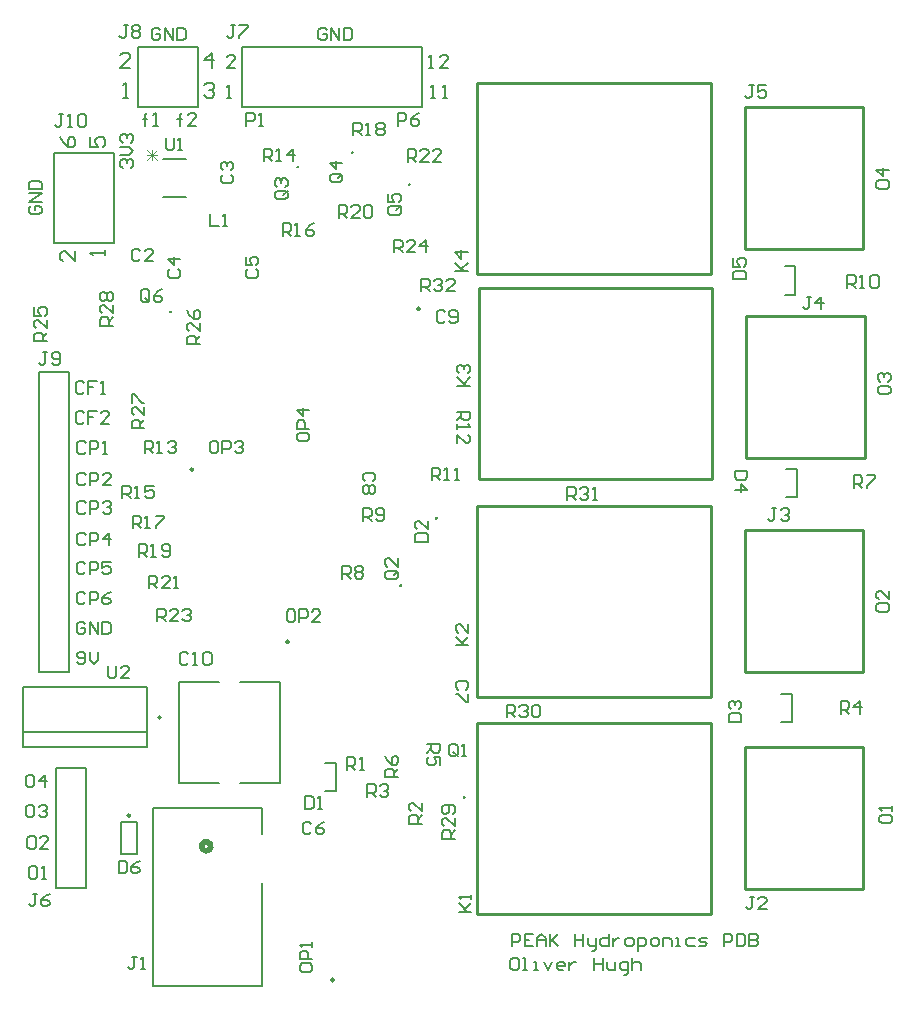
<source format=gbr>
%TF.GenerationSoftware,Altium Limited,Altium Designer,23.9.2 (47)*%
G04 Layer_Color=65535*
%FSLAX45Y45*%
%MOMM*%
%TF.SameCoordinates,15915765-FD2E-4A0E-A91D-014651F65676*%
%TF.FilePolarity,Positive*%
%TF.FileFunction,Legend,Top*%
%TF.Part,Single*%
G01*
G75*
%TA.AperFunction,NonConductor*%
%ADD54C,0.25400*%
%ADD55C,0.15240*%
%ADD56C,0.50800*%
%ADD57C,0.17500*%
%ADD58C,0.20000*%
%ADD59C,0.20320*%
%ADD60C,0.16510*%
%ADD61C,0.07620*%
D54*
X5123180Y4742180D02*
G03*
X5123180Y4742180I-2540J0D01*
G01*
X2293933Y4590080D02*
G03*
X2293933Y4590080I-10473J0D01*
G01*
X4021133Y3197860D02*
G03*
X4021133Y3197860I-10473J0D01*
G01*
X3640233Y6060440D02*
G03*
X3640233Y6060440I-10473J0D01*
G01*
X2639060Y8854440D02*
G03*
X2639060Y8854440I-2540J0D01*
G01*
X4660900Y9932420D02*
G03*
X4660900Y9932420I-2540J0D01*
G01*
X3714725Y10080620D02*
G03*
X3714725Y10080620I-2540J0D01*
G01*
X4177465Y10203092D02*
G03*
X4177465Y10203092I-2540J0D01*
G01*
X4750113Y8879840D02*
G03*
X4750113Y8879840I-10473J0D01*
G01*
X2827333Y7520940D02*
G03*
X2827333Y7520940I-10473J0D01*
G01*
X4889500Y7106920D02*
G03*
X4889500Y7106920I-2540J0D01*
G01*
X4586220Y6539460D02*
G03*
X4586220Y6539460I-2540J0D01*
G01*
X7500000Y3970000D02*
Y5170000D01*
X8500000Y3970000D02*
Y5170000D01*
X7500000Y3970000D02*
X8500000D01*
X7500000Y5170000D02*
X8500000D01*
X7500000Y5804900D02*
Y7004900D01*
X8500000Y5804900D02*
Y7004900D01*
X7500000Y5804900D02*
X8500000D01*
X7500000Y7004900D02*
X8500000D01*
X7513700Y7616900D02*
Y8816900D01*
X8513700Y7616900D02*
Y8816900D01*
X7513700Y7616900D02*
X8513700D01*
X7513700Y8816900D02*
X8513700D01*
X5234560Y5592660D02*
X7210680D01*
X5234560Y7208100D02*
X7210680D01*
Y5592660D02*
Y7208100D01*
X5234560Y5592660D02*
Y7208100D01*
Y3757760D02*
Y5373200D01*
X7210680Y3757760D02*
Y5373200D01*
X5234560D02*
X7210680D01*
X5234560Y3757760D02*
X7210680D01*
X5234560Y9173560D02*
Y10789000D01*
X7210680Y9173560D02*
Y10789000D01*
X5234560D02*
X7210680D01*
X5234560Y9173560D02*
X7210680D01*
X5247260Y7440260D02*
Y9055700D01*
X7223380Y7440260D02*
Y9055700D01*
X5247260D02*
X7223380D01*
X5247260Y7440260D02*
X7223380D01*
X7500000Y10585800D02*
X8500000D01*
X7500000Y9385800D02*
X8500000D01*
Y10585800D01*
X7500000Y9385800D02*
Y10585800D01*
D55*
X2557780Y5420360D02*
G03*
X2557780Y5420360I-12700J0D01*
G01*
X2572385Y9825740D02*
X2767965D01*
X2572385Y10150860D02*
X2767965D01*
X1398270Y5293360D02*
X2426970D01*
X1385570Y5674360D02*
X2439670D01*
X1385570Y5166360D02*
Y5674360D01*
Y5166360D02*
X2439670D01*
Y5674360D01*
X3224784Y4867910D02*
X3564890D01*
X2708910D02*
X3049016D01*
X2708910D02*
Y5723890D01*
X3224784D02*
X3564890D01*
Y4867910D02*
Y5723890D01*
X2708910D02*
X3049016D01*
X2486920Y3146390D02*
X3411480D01*
X2486920D02*
Y4652610D01*
X3411480D01*
Y3146390D02*
Y4020728D01*
Y4437471D02*
Y4652610D01*
D56*
X2926571Y4365046D02*
G03*
X2951829Y4365046I12629J-35946D01*
G01*
D57*
X7837000Y8998600D02*
X7927000D01*
Y9238600D01*
X7837000D02*
X7927000D01*
X7849700Y7284100D02*
X7939700D01*
Y7524100D01*
X7849700D02*
X7939700D01*
X7805000Y5379100D02*
X7895000D01*
Y5619100D01*
X7805000D02*
X7895000D01*
X3944200Y4794900D02*
X4034200D01*
Y5034900D01*
X3944200D02*
X4034200D01*
D58*
X1524000Y8343900D02*
X1778000D01*
Y5803900D02*
Y8343900D01*
X1524000Y5803900D02*
X1778000D01*
X1524000D02*
Y5994400D01*
Y8343900D01*
X1663700Y3975100D02*
X1917700D01*
X1663700D02*
Y4991100D01*
X1917700Y3975100D02*
Y4991100D01*
X1663700D02*
X1917700D01*
X1651000Y10198100D02*
X2159000D01*
X1651000Y9436100D02*
X2159000D01*
X1651000D02*
Y10198100D01*
X2159000Y9436100D02*
Y10198100D01*
Y9711268D02*
Y10198100D01*
X2362200Y11099800D02*
X2870200D01*
X2362200Y10591800D02*
Y11099800D01*
X2870200Y10591800D02*
Y11099800D01*
X2362200Y10591800D02*
X2870200D01*
X3238500D02*
X4762500D01*
Y11099800D01*
X3238500D02*
X4762500D01*
X3238500Y10591800D02*
Y11099800D01*
D59*
X2219960Y4539280D02*
X2352040D01*
X2219960Y4264960D02*
X2352040D01*
Y4539280D01*
X2219960Y4264960D02*
Y4539280D01*
X1701841Y10333539D02*
X1723001Y10291220D01*
X1765321Y10248900D01*
X1807640D01*
X1828800Y10270060D01*
Y10312379D01*
X1807640Y10333539D01*
X1786480D01*
X1765321Y10312379D01*
Y10248900D01*
X1955841Y10333539D02*
Y10248900D01*
X2019321D01*
X1998161Y10291220D01*
Y10312379D01*
X2019321Y10333539D01*
X2061640D01*
X2082800Y10312379D01*
Y10270060D01*
X2061640Y10248900D01*
X1828800Y9368339D02*
Y9283700D01*
X1744161Y9368339D01*
X1723001D01*
X1701841Y9347179D01*
Y9304860D01*
X1723001Y9283700D01*
X2082800Y9334500D02*
Y9376820D01*
Y9355660D01*
X1955841D01*
X1977001Y9334500D01*
X2235200Y10668000D02*
X2277520D01*
X2256360D01*
Y10794959D01*
X2235200Y10773799D01*
X2294439Y10922000D02*
X2209800D01*
X2294439Y11006639D01*
Y11027799D01*
X2273279Y11048959D01*
X2230960D01*
X2209800Y11027799D01*
X2984479Y10922000D02*
Y11048959D01*
X2921000Y10985479D01*
X3005639D01*
X2921000Y10773799D02*
X2942160Y10794959D01*
X2984479D01*
X3005639Y10773799D01*
Y10752639D01*
X2984479Y10731479D01*
X2963320D01*
X2984479D01*
X3005639Y10710320D01*
Y10689160D01*
X2984479Y10668000D01*
X2942160D01*
X2921000Y10689160D01*
D60*
X8639845Y4578333D02*
Y4542784D01*
X8657619Y4525010D01*
X8728716D01*
X8746490Y4542784D01*
Y4578333D01*
X8728716Y4596107D01*
X8657619D01*
X8639845Y4578333D01*
X8746490Y4631655D02*
Y4667204D01*
Y4649430D01*
X8639845D01*
X8657619Y4631655D01*
X8614445Y6369033D02*
Y6333484D01*
X8632219Y6315710D01*
X8703316D01*
X8721090Y6333484D01*
Y6369033D01*
X8703316Y6386807D01*
X8632219D01*
X8614445Y6369033D01*
X8721090Y6493453D02*
Y6422355D01*
X8649993Y6493453D01*
X8632219D01*
X8614445Y6475678D01*
Y6440130D01*
X8632219Y6422355D01*
X8627145Y8210533D02*
Y8174984D01*
X8644919Y8157210D01*
X8716016D01*
X8733790Y8174984D01*
Y8210533D01*
X8716016Y8228307D01*
X8644919D01*
X8627145Y8210533D01*
X8644919Y8263855D02*
X8627145Y8281630D01*
Y8317178D01*
X8644919Y8334953D01*
X8662693D01*
X8680467Y8317178D01*
Y8299404D01*
Y8317178D01*
X8698241Y8334953D01*
X8716016D01*
X8733790Y8317178D01*
Y8281630D01*
X8716016Y8263855D01*
X8614445Y9950433D02*
Y9914884D01*
X8632219Y9897110D01*
X8703316D01*
X8721090Y9914884D01*
Y9950433D01*
X8703316Y9968207D01*
X8632219D01*
X8614445Y9950433D01*
X8721090Y10057078D02*
X8614445D01*
X8667767Y10003755D01*
Y10074853D01*
X2231419Y10074910D02*
X2213645Y10092684D01*
Y10128233D01*
X2231419Y10146007D01*
X2249193D01*
X2266967Y10128233D01*
Y10110459D01*
Y10128233D01*
X2284741Y10146007D01*
X2302516D01*
X2320290Y10128233D01*
Y10092684D01*
X2302516Y10074910D01*
X2213645Y10181555D02*
X2284741D01*
X2320290Y10217104D01*
X2284741Y10252653D01*
X2213645D01*
X2231419Y10288201D02*
X2213645Y10305975D01*
Y10341524D01*
X2231419Y10359298D01*
X2249193D01*
X2266967Y10341524D01*
Y10323749D01*
Y10341524D01*
X2284741Y10359298D01*
X2302516D01*
X2320290Y10341524D01*
Y10305975D01*
X2302516Y10288201D01*
X1456719Y9752307D02*
X1438945Y9734533D01*
Y9698984D01*
X1456719Y9681210D01*
X1527816D01*
X1545590Y9698984D01*
Y9734533D01*
X1527816Y9752307D01*
X1492267D01*
Y9716759D01*
X1545590Y9787855D02*
X1438945D01*
X1545590Y9858953D01*
X1438945D01*
Y9894501D02*
X1545590D01*
Y9947824D01*
X1527816Y9965598D01*
X1456719D01*
X1438945Y9947824D01*
Y9894501D01*
X1907020Y8250422D02*
X1889246Y8268196D01*
X1853697D01*
X1835923Y8250422D01*
Y8179325D01*
X1853697Y8161550D01*
X1889246D01*
X1907020Y8179325D01*
X2013666Y8268196D02*
X1942569D01*
Y8214873D01*
X1978117D01*
X1942569D01*
Y8161550D01*
X2049214D02*
X2084763D01*
X2066988D01*
Y8268196D01*
X2049214Y8250422D01*
X1907020Y7996422D02*
X1889246Y8014196D01*
X1853697D01*
X1835923Y7996422D01*
Y7925325D01*
X1853697Y7907550D01*
X1889246D01*
X1907020Y7925325D01*
X2013666Y8014196D02*
X1942569D01*
Y7960873D01*
X1978117D01*
X1942569D01*
Y7907550D01*
X2120311D02*
X2049214D01*
X2120311Y7978647D01*
Y7996422D01*
X2102537Y8014196D01*
X2066988D01*
X2049214Y7996422D01*
X1919720Y7742422D02*
X1901946Y7760196D01*
X1866397D01*
X1848623Y7742422D01*
Y7671325D01*
X1866397Y7653550D01*
X1901946D01*
X1919720Y7671325D01*
X1955269Y7653550D02*
Y7760196D01*
X2008591D01*
X2026366Y7742422D01*
Y7706873D01*
X2008591Y7689099D01*
X1955269D01*
X2061914Y7653550D02*
X2097463D01*
X2079688D01*
Y7760196D01*
X2061914Y7742422D01*
X1919720Y7475722D02*
X1901946Y7493496D01*
X1866397D01*
X1848623Y7475722D01*
Y7404625D01*
X1866397Y7386850D01*
X1901946D01*
X1919720Y7404625D01*
X1955269Y7386850D02*
Y7493496D01*
X2008591D01*
X2026366Y7475722D01*
Y7440173D01*
X2008591Y7422399D01*
X1955269D01*
X2133011Y7386850D02*
X2061914D01*
X2133011Y7457947D01*
Y7475722D01*
X2115237Y7493496D01*
X2079688D01*
X2061914Y7475722D01*
X1919720Y7234422D02*
X1901946Y7252196D01*
X1866397D01*
X1848623Y7234422D01*
Y7163325D01*
X1866397Y7145550D01*
X1901946D01*
X1919720Y7163325D01*
X1955269Y7145550D02*
Y7252196D01*
X2008591D01*
X2026366Y7234422D01*
Y7198873D01*
X2008591Y7181099D01*
X1955269D01*
X2061914Y7234422D02*
X2079688Y7252196D01*
X2115237D01*
X2133011Y7234422D01*
Y7216647D01*
X2115237Y7198873D01*
X2097463D01*
X2115237D01*
X2133011Y7181099D01*
Y7163325D01*
X2115237Y7145550D01*
X2079688D01*
X2061914Y7163325D01*
X1919720Y6967722D02*
X1901946Y6985496D01*
X1866397D01*
X1848623Y6967722D01*
Y6896625D01*
X1866397Y6878850D01*
X1901946D01*
X1919720Y6896625D01*
X1955269Y6878850D02*
Y6985496D01*
X2008591D01*
X2026366Y6967722D01*
Y6932173D01*
X2008591Y6914399D01*
X1955269D01*
X2115237Y6878850D02*
Y6985496D01*
X2061914Y6932173D01*
X2133011D01*
X1916407Y6722081D02*
X1898633Y6739855D01*
X1863084D01*
X1845310Y6722081D01*
Y6650984D01*
X1863084Y6633210D01*
X1898633D01*
X1916407Y6650984D01*
X1951955Y6633210D02*
Y6739855D01*
X2005278D01*
X2023053Y6722081D01*
Y6686533D01*
X2005278Y6668759D01*
X1951955D01*
X2129698Y6739855D02*
X2058601D01*
Y6686533D01*
X2094149Y6704307D01*
X2111924D01*
X2129698Y6686533D01*
Y6650984D01*
X2111924Y6633210D01*
X2076375D01*
X2058601Y6650984D01*
X1916407Y6468081D02*
X1898633Y6485855D01*
X1863084D01*
X1845310Y6468081D01*
Y6396984D01*
X1863084Y6379210D01*
X1898633D01*
X1916407Y6396984D01*
X1951955Y6379210D02*
Y6485855D01*
X2005278D01*
X2023053Y6468081D01*
Y6432533D01*
X2005278Y6414759D01*
X1951955D01*
X2129698Y6485855D02*
X2094149Y6468081D01*
X2058601Y6432533D01*
Y6396984D01*
X2076375Y6379210D01*
X2111924D01*
X2129698Y6396984D01*
Y6414759D01*
X2111924Y6432533D01*
X2058601D01*
X1845310Y5888984D02*
X1863084Y5871210D01*
X1898633D01*
X1916407Y5888984D01*
Y5960081D01*
X1898633Y5977855D01*
X1863084D01*
X1845310Y5960081D01*
Y5942307D01*
X1863084Y5924533D01*
X1916407D01*
X1951955Y5977855D02*
Y5906759D01*
X1987504Y5871210D01*
X2023053Y5906759D01*
Y5977855D01*
X1916407Y6214081D02*
X1898633Y6231855D01*
X1863084D01*
X1845310Y6214081D01*
Y6142984D01*
X1863084Y6125210D01*
X1898633D01*
X1916407Y6142984D01*
Y6178533D01*
X1880859D01*
X1951955Y6125210D02*
Y6231855D01*
X2023053Y6125210D01*
Y6231855D01*
X2058601D02*
Y6125210D01*
X2111924D01*
X2129698Y6142984D01*
Y6214081D01*
X2111924Y6231855D01*
X2058601D01*
X4563110Y10430510D02*
Y10537155D01*
X4616433D01*
X4634207Y10519381D01*
Y10483833D01*
X4616433Y10466059D01*
X4563110D01*
X4740853Y10537155D02*
X4705304Y10519381D01*
X4669755Y10483833D01*
Y10448284D01*
X4687530Y10430510D01*
X4723078D01*
X4740853Y10448284D01*
Y10466059D01*
X4723078Y10483833D01*
X4669755D01*
X3280410Y10430510D02*
Y10537155D01*
X3333733D01*
X3351507Y10519381D01*
Y10483833D01*
X3333733Y10466059D01*
X3280410D01*
X3387055Y10430510D02*
X3422604D01*
X3404830D01*
Y10537155D01*
X3387055Y10519381D01*
X3961107Y11243281D02*
X3943333Y11261055D01*
X3907784D01*
X3890010Y11243281D01*
Y11172184D01*
X3907784Y11154410D01*
X3943333D01*
X3961107Y11172184D01*
Y11207733D01*
X3925559D01*
X3996655Y11154410D02*
Y11261055D01*
X4067753Y11154410D01*
Y11261055D01*
X4103301D02*
Y11154410D01*
X4156624D01*
X4174398Y11172184D01*
Y11243281D01*
X4156624Y11261055D01*
X4103301D01*
X2551407Y11243281D02*
X2533633Y11261055D01*
X2498084D01*
X2480310Y11243281D01*
Y11172184D01*
X2498084Y11154410D01*
X2533633D01*
X2551407Y11172184D01*
Y11207733D01*
X2515859D01*
X2586955Y11154410D02*
Y11261055D01*
X2658053Y11154410D01*
Y11261055D01*
X2693601D02*
Y11154410D01*
X2746924D01*
X2764698Y11172184D01*
Y11243281D01*
X2746924Y11261055D01*
X2693601D01*
X2713984Y10430510D02*
Y10519381D01*
Y10483833D01*
X2696210D01*
X2731759D01*
X2713984D01*
Y10519381D01*
X2731759Y10537155D01*
X2856178Y10430510D02*
X2785081D01*
X2856178Y10501607D01*
Y10519381D01*
X2838404Y10537155D01*
X2802855D01*
X2785081Y10519381D01*
X2421884Y10430510D02*
Y10519381D01*
Y10483833D01*
X2404110D01*
X2439659D01*
X2421884D01*
Y10519381D01*
X2439659Y10537155D01*
X2492981Y10430510D02*
X2528530D01*
X2510755D01*
Y10537155D01*
X2492981Y10519381D01*
X2595903Y10327623D02*
Y10238751D01*
X2613677Y10220977D01*
X2649226D01*
X2667000Y10238751D01*
Y10327623D01*
X2702549Y10220977D02*
X2738097D01*
X2720323D01*
Y10327623D01*
X2702549Y10309849D01*
X5528310Y3481059D02*
Y3587704D01*
X5581633D01*
X5599407Y3569930D01*
Y3534381D01*
X5581633Y3516607D01*
X5528310D01*
X5706053Y3587704D02*
X5634955D01*
Y3481059D01*
X5706053D01*
X5634955Y3534381D02*
X5670504D01*
X5741601Y3481059D02*
Y3552156D01*
X5777149Y3587704D01*
X5812698Y3552156D01*
Y3481059D01*
Y3534381D01*
X5741601D01*
X5848246Y3587704D02*
Y3481059D01*
Y3516607D01*
X5919344Y3587704D01*
X5866021Y3534381D01*
X5919344Y3481059D01*
X6061537Y3587704D02*
Y3481059D01*
Y3534381D01*
X6132634D01*
Y3587704D01*
Y3481059D01*
X6168183Y3552156D02*
Y3498833D01*
X6185957Y3481059D01*
X6239280D01*
Y3463284D01*
X6221505Y3445510D01*
X6203731D01*
X6239280Y3481059D02*
Y3552156D01*
X6345925Y3587704D02*
Y3481059D01*
X6292602D01*
X6274828Y3498833D01*
Y3534381D01*
X6292602Y3552156D01*
X6345925D01*
X6381474D02*
Y3481059D01*
Y3516607D01*
X6399248Y3534381D01*
X6417022Y3552156D01*
X6434796D01*
X6505893Y3481059D02*
X6541442D01*
X6559216Y3498833D01*
Y3534381D01*
X6541442Y3552156D01*
X6505893D01*
X6488119Y3534381D01*
Y3498833D01*
X6505893Y3481059D01*
X6594765Y3445510D02*
Y3552156D01*
X6648087D01*
X6665862Y3534381D01*
Y3498833D01*
X6648087Y3481059D01*
X6594765D01*
X6719184D02*
X6754733D01*
X6772507Y3498833D01*
Y3534381D01*
X6754733Y3552156D01*
X6719184D01*
X6701410Y3534381D01*
Y3498833D01*
X6719184Y3481059D01*
X6808055D02*
Y3552156D01*
X6861378D01*
X6879153Y3534381D01*
Y3481059D01*
X6914701D02*
X6950249D01*
X6932475D01*
Y3552156D01*
X6914701D01*
X7074669D02*
X7021346D01*
X7003572Y3534381D01*
Y3498833D01*
X7021346Y3481059D01*
X7074669D01*
X7110218D02*
X7163540D01*
X7181315Y3498833D01*
X7163540Y3516607D01*
X7127992D01*
X7110218Y3534381D01*
X7127992Y3552156D01*
X7181315D01*
X7323509Y3481059D02*
Y3587704D01*
X7376831D01*
X7394606Y3569930D01*
Y3534381D01*
X7376831Y3516607D01*
X7323509D01*
X7430154Y3587704D02*
Y3481059D01*
X7483477D01*
X7501251Y3498833D01*
Y3569930D01*
X7483477Y3587704D01*
X7430154D01*
X7536800D02*
Y3481059D01*
X7590122D01*
X7607897Y3498833D01*
Y3516607D01*
X7590122Y3534381D01*
X7536800D01*
X7590122D01*
X7607897Y3552156D01*
Y3569930D01*
X7590122Y3587704D01*
X7536800D01*
X5568933Y3384504D02*
X5533384D01*
X5515610Y3366730D01*
Y3295633D01*
X5533384Y3277859D01*
X5568933D01*
X5586707Y3295633D01*
Y3366730D01*
X5568933Y3384504D01*
X5622255Y3277859D02*
X5657804D01*
X5640030D01*
Y3384504D01*
X5622255D01*
X5711127Y3277859D02*
X5746675D01*
X5728901D01*
Y3348956D01*
X5711127D01*
X5799998D02*
X5835547Y3277859D01*
X5871095Y3348956D01*
X5959966Y3277859D02*
X5924418D01*
X5906644Y3295633D01*
Y3331181D01*
X5924418Y3348956D01*
X5959966D01*
X5977741Y3331181D01*
Y3313407D01*
X5906644D01*
X6013289Y3348956D02*
Y3277859D01*
Y3313407D01*
X6031063Y3331181D01*
X6048838Y3348956D01*
X6066612D01*
X6226580Y3384504D02*
Y3277859D01*
Y3331181D01*
X6297677D01*
Y3384504D01*
Y3277859D01*
X6333225Y3348956D02*
Y3295633D01*
X6350999Y3277859D01*
X6404322D01*
Y3348956D01*
X6475419Y3242310D02*
X6493194D01*
X6510968Y3260084D01*
Y3348956D01*
X6457645D01*
X6439871Y3331181D01*
Y3295633D01*
X6457645Y3277859D01*
X6510968D01*
X6546516Y3384504D02*
Y3277859D01*
Y3331181D01*
X6564290Y3348956D01*
X6599839D01*
X6617613Y3331181D01*
Y3277859D01*
X1492233Y4161755D02*
X1456684D01*
X1438910Y4143981D01*
Y4072884D01*
X1456684Y4055110D01*
X1492233D01*
X1510007Y4072884D01*
Y4143981D01*
X1492233Y4161755D01*
X1545555Y4055110D02*
X1581104D01*
X1563330D01*
Y4161755D01*
X1545555Y4143981D01*
X1479533Y4415755D02*
X1443984D01*
X1426210Y4397981D01*
Y4326884D01*
X1443984Y4309110D01*
X1479533D01*
X1497307Y4326884D01*
Y4397981D01*
X1479533Y4415755D01*
X1603953Y4309110D02*
X1532855D01*
X1603953Y4380207D01*
Y4397981D01*
X1586178Y4415755D01*
X1550630D01*
X1532855Y4397981D01*
X1466833Y4682455D02*
X1431284D01*
X1413510Y4664681D01*
Y4593584D01*
X1431284Y4575810D01*
X1466833D01*
X1484607Y4593584D01*
Y4664681D01*
X1466833Y4682455D01*
X1520155Y4664681D02*
X1537930Y4682455D01*
X1573478D01*
X1591253Y4664681D01*
Y4646907D01*
X1573478Y4629133D01*
X1555704D01*
X1573478D01*
X1591253Y4611359D01*
Y4593584D01*
X1573478Y4575810D01*
X1537930D01*
X1520155Y4593584D01*
X1466833Y4936455D02*
X1431284D01*
X1413510Y4918681D01*
Y4847584D01*
X1431284Y4829810D01*
X1466833D01*
X1484607Y4847584D01*
Y4918681D01*
X1466833Y4936455D01*
X1573478Y4829810D02*
Y4936455D01*
X1520155Y4883133D01*
X1591253D01*
X5067300Y5107951D02*
Y5179049D01*
X5049526Y5196823D01*
X5013977D01*
X4996203Y5179049D01*
Y5107951D01*
X5013977Y5090177D01*
X5049526D01*
X5031752Y5125726D02*
X5067300Y5090177D01*
X5049526D02*
X5067300Y5107951D01*
X5102849Y5090177D02*
X5138397D01*
X5120623D01*
Y5196823D01*
X5102849Y5179049D01*
X4561822Y4914929D02*
X4455177D01*
Y4968252D01*
X4472951Y4986026D01*
X4508500D01*
X4526274Y4968252D01*
Y4914929D01*
Y4950478D02*
X4561822Y4986026D01*
X4455177Y5092672D02*
X4472951Y5057123D01*
X4508500Y5021574D01*
X4544048D01*
X4561822Y5039349D01*
Y5074897D01*
X4544048Y5092672D01*
X4526274D01*
X4508500Y5074897D01*
Y5021574D01*
X1595126Y8511523D02*
X1559577D01*
X1577351D01*
Y8422651D01*
X1559577Y8404877D01*
X1541803D01*
X1524029Y8422651D01*
X1630674D02*
X1648448Y8404877D01*
X1683997D01*
X1701771Y8422651D01*
Y8493749D01*
X1683997Y8511523D01*
X1648448D01*
X1630674Y8493749D01*
Y8475974D01*
X1648448Y8458200D01*
X1701771D01*
X2197129Y4206223D02*
Y4099577D01*
X2250451D01*
X2268226Y4117351D01*
Y4188449D01*
X2250451Y4206223D01*
X2197129D01*
X2374871D02*
X2339323Y4188449D01*
X2303774Y4152900D01*
Y4117351D01*
X2321548Y4099577D01*
X2357097D01*
X2374871Y4117351D01*
Y4135126D01*
X2357097Y4152900D01*
X2303774D01*
X4304529Y4747277D02*
Y4853923D01*
X4357852D01*
X4375626Y4836149D01*
Y4800600D01*
X4357852Y4782826D01*
X4304529D01*
X4340077D02*
X4375626Y4747277D01*
X4411174Y4836149D02*
X4428948Y4853923D01*
X4464497D01*
X4482271Y4836149D01*
Y4818374D01*
X4464497Y4800600D01*
X4446723D01*
X4464497D01*
X4482271Y4782826D01*
Y4765051D01*
X4464497Y4747277D01*
X4428948D01*
X4411174Y4765051D01*
X5064777Y8007307D02*
X5171423D01*
Y7953984D01*
X5153649Y7936210D01*
X5118100D01*
X5100326Y7953984D01*
Y8007307D01*
Y7971758D02*
X5064777Y7936210D01*
Y7900661D02*
Y7865113D01*
Y7882887D01*
X5171423D01*
X5153649Y7900661D01*
X5064777Y7740693D02*
Y7811790D01*
X5135874Y7740693D01*
X5153649D01*
X5171423Y7758467D01*
Y7794016D01*
X5153649Y7811790D01*
X4960626Y8849349D02*
X4942851Y8867123D01*
X4907303D01*
X4889529Y8849349D01*
Y8778251D01*
X4907303Y8760477D01*
X4942851D01*
X4960626Y8778251D01*
X4996174D02*
X5013948Y8760477D01*
X5049497D01*
X5067271Y8778251D01*
Y8849349D01*
X5049497Y8867123D01*
X5013948D01*
X4996174Y8849349D01*
Y8831574D01*
X5013948Y8813800D01*
X5067271D01*
X2788897Y5953731D02*
X2771123Y5971505D01*
X2735574D01*
X2717800Y5953731D01*
Y5882634D01*
X2735574Y5864860D01*
X2771123D01*
X2788897Y5882634D01*
X2824445Y5864860D02*
X2859994D01*
X2842220D01*
Y5971505D01*
X2824445Y5953731D01*
X2913317D02*
X2931091Y5971505D01*
X2966639D01*
X2984414Y5953731D01*
Y5882634D01*
X2966639Y5864860D01*
X2931091D01*
X2913317Y5882634D01*
Y5953731D01*
X7576826Y3901423D02*
X7541277D01*
X7559051D01*
Y3812551D01*
X7541277Y3794777D01*
X7523503D01*
X7505729Y3812551D01*
X7683471Y3794777D02*
X7612374D01*
X7683471Y3865874D01*
Y3883649D01*
X7665697Y3901423D01*
X7630148D01*
X7612374Y3883649D01*
X7767326Y7190723D02*
X7731777D01*
X7749551D01*
Y7101851D01*
X7731777Y7084077D01*
X7714003D01*
X7696229Y7101851D01*
X7802874Y7172949D02*
X7820648Y7190723D01*
X7856197D01*
X7873971Y7172949D01*
Y7155174D01*
X7856197Y7137400D01*
X7838423D01*
X7856197D01*
X7873971Y7119626D01*
Y7101851D01*
X7856197Y7084077D01*
X7820648D01*
X7802874Y7101851D01*
X8059426Y8981423D02*
X8023877D01*
X8041651D01*
Y8892551D01*
X8023877Y8874777D01*
X8006103D01*
X7988329Y8892551D01*
X8148297Y8874777D02*
Y8981423D01*
X8094974Y8928100D01*
X8166071D01*
X5052077Y6032529D02*
X5158722D01*
X5123174D01*
X5052077Y6103626D01*
X5105400Y6050303D01*
X5158722Y6103626D01*
Y6210272D02*
Y6139174D01*
X5087625Y6210272D01*
X5069851D01*
X5052077Y6192497D01*
Y6156949D01*
X5069851Y6139174D01*
X3731277Y3319803D02*
Y3284255D01*
X3749051Y3266480D01*
X3820149D01*
X3837923Y3284255D01*
Y3319803D01*
X3820149Y3337578D01*
X3749051D01*
X3731277Y3319803D01*
X3837923Y3373126D02*
X3731277D01*
Y3426449D01*
X3749051Y3444223D01*
X3784600D01*
X3802374Y3426449D01*
Y3373126D01*
X3837923Y3479771D02*
Y3515320D01*
Y3497545D01*
X3731277D01*
X3749051Y3479771D01*
X3830326Y4518649D02*
X3812551Y4536423D01*
X3777003D01*
X3759229Y4518649D01*
Y4447551D01*
X3777003Y4429777D01*
X3812551D01*
X3830326Y4447551D01*
X3936971Y4536423D02*
X3901423Y4518649D01*
X3865874Y4483100D01*
Y4447551D01*
X3883648Y4429777D01*
X3919197D01*
X3936971Y4447551D01*
Y4465326D01*
X3919197Y4483100D01*
X3865874D01*
X1506226Y3926823D02*
X1470677D01*
X1488451D01*
Y3837951D01*
X1470677Y3820177D01*
X1452903D01*
X1435129Y3837951D01*
X1612871Y3926823D02*
X1577323Y3909049D01*
X1541774Y3873500D01*
Y3837951D01*
X1559548Y3820177D01*
X1595097D01*
X1612871Y3837951D01*
Y3855726D01*
X1595097Y3873500D01*
X1541774D01*
X3675363Y6334725D02*
X3639814D01*
X3622040Y6316951D01*
Y6245854D01*
X3639814Y6228080D01*
X3675363D01*
X3693137Y6245854D01*
Y6316951D01*
X3675363Y6334725D01*
X3728685Y6228080D02*
Y6334725D01*
X3782008D01*
X3799783Y6316951D01*
Y6281403D01*
X3782008Y6263629D01*
X3728685D01*
X3906428Y6228080D02*
X3835331D01*
X3906428Y6299177D01*
Y6316951D01*
X3888654Y6334725D01*
X3853105D01*
X3835331Y6316951D01*
X4760006Y9027177D02*
Y9133823D01*
X4813329D01*
X4831103Y9116049D01*
Y9080500D01*
X4813329Y9062726D01*
X4760006D01*
X4795555D02*
X4831103Y9027177D01*
X4866651Y9116049D02*
X4884426Y9133823D01*
X4919974D01*
X4937749Y9116049D01*
Y9098274D01*
X4919974Y9080500D01*
X4902200D01*
X4919974D01*
X4937749Y9062726D01*
Y9044951D01*
X4919974Y9027177D01*
X4884426D01*
X4866651Y9044951D01*
X5044394Y9027177D02*
X4973297D01*
X5044394Y9098274D01*
Y9116049D01*
X5026620Y9133823D01*
X4991071D01*
X4973297Y9116049D01*
X2108229Y5857223D02*
Y5768351D01*
X2126003Y5750577D01*
X2161551D01*
X2179326Y5768351D01*
Y5857223D01*
X2285971Y5750577D02*
X2214874D01*
X2285971Y5821674D01*
Y5839449D01*
X2268197Y5857223D01*
X2232648D01*
X2214874Y5839449D01*
X2228893Y7274577D02*
Y7381223D01*
X2282216D01*
X2299990Y7363449D01*
Y7327900D01*
X2282216Y7310126D01*
X2228893D01*
X2264442D02*
X2299990Y7274577D01*
X2335539D02*
X2371087D01*
X2353313D01*
Y7381223D01*
X2335539Y7363449D01*
X2495507Y7381223D02*
X2424410D01*
Y7327900D01*
X2459959Y7345674D01*
X2477733D01*
X2495507Y7327900D01*
Y7292351D01*
X2477733Y7274577D01*
X2442184D01*
X2424410Y7292351D01*
X2419393Y7655577D02*
Y7762223D01*
X2472716D01*
X2490490Y7744449D01*
Y7708900D01*
X2472716Y7691126D01*
X2419393D01*
X2454942D02*
X2490490Y7655577D01*
X2526039D02*
X2561587D01*
X2543813D01*
Y7762223D01*
X2526039Y7744449D01*
X2614910D02*
X2632684Y7762223D01*
X2668233D01*
X2686007Y7744449D01*
Y7726674D01*
X2668233Y7708900D01*
X2650459D01*
X2668233D01*
X2686007Y7691126D01*
Y7673351D01*
X2668233Y7655577D01*
X2632684D01*
X2614910Y7673351D01*
X2415522Y7871506D02*
X2308877D01*
Y7924829D01*
X2326651Y7942603D01*
X2362200D01*
X2379974Y7924829D01*
Y7871506D01*
Y7907055D02*
X2415522Y7942603D01*
Y8049249D02*
Y7978152D01*
X2344425Y8049249D01*
X2326651D01*
X2308877Y8031474D01*
Y7995926D01*
X2326651Y7978152D01*
X2308877Y8084797D02*
Y8155894D01*
X2326651D01*
X2397748Y8084797D01*
X2415522D01*
X1590022Y8608106D02*
X1483377D01*
Y8661429D01*
X1501151Y8679203D01*
X1536700D01*
X1554474Y8661429D01*
Y8608106D01*
Y8643655D02*
X1590022Y8679203D01*
Y8785849D02*
Y8714752D01*
X1518925Y8785849D01*
X1501151D01*
X1483377Y8768074D01*
Y8732526D01*
X1501151Y8714752D01*
X1483377Y8892494D02*
Y8821397D01*
X1536700D01*
X1518925Y8856946D01*
Y8874720D01*
X1536700Y8892494D01*
X1572248D01*
X1590022Y8874720D01*
Y8839171D01*
X1572248Y8821397D01*
X2524806Y6233177D02*
Y6339823D01*
X2578129D01*
X2595903Y6322049D01*
Y6286500D01*
X2578129Y6268726D01*
X2524806D01*
X2560355D02*
X2595903Y6233177D01*
X2702549D02*
X2631451D01*
X2702549Y6304274D01*
Y6322049D01*
X2684774Y6339823D01*
X2649226D01*
X2631451Y6322049D01*
X2738097D02*
X2755871Y6339823D01*
X2791420D01*
X2809194Y6322049D01*
Y6304274D01*
X2791420Y6286500D01*
X2773645D01*
X2791420D01*
X2809194Y6268726D01*
Y6250951D01*
X2791420Y6233177D01*
X2755871D01*
X2738097Y6250951D01*
X2454480Y6512577D02*
Y6619223D01*
X2507803D01*
X2525578Y6601449D01*
Y6565900D01*
X2507803Y6548126D01*
X2454480D01*
X2490029D02*
X2525578Y6512577D01*
X2632223D02*
X2561126D01*
X2632223Y6583674D01*
Y6601449D01*
X2614449Y6619223D01*
X2578900D01*
X2561126Y6601449D01*
X2667771Y6512577D02*
X2703320D01*
X2685546D01*
Y6619223D01*
X2667771Y6601449D01*
X2368593Y6779277D02*
Y6885923D01*
X2421916D01*
X2439690Y6868149D01*
Y6832600D01*
X2421916Y6814826D01*
X2368593D01*
X2404142D02*
X2439690Y6779277D01*
X2475239D02*
X2510787D01*
X2493013D01*
Y6885923D01*
X2475239Y6868149D01*
X2564110Y6797051D02*
X2581884Y6779277D01*
X2617433D01*
X2635207Y6797051D01*
Y6868149D01*
X2617433Y6885923D01*
X2581884D01*
X2564110Y6868149D01*
Y6850374D01*
X2581884Y6832600D01*
X2635207D01*
X2317793Y7020577D02*
Y7127223D01*
X2371116D01*
X2388890Y7109449D01*
Y7073900D01*
X2371116Y7056126D01*
X2317793D01*
X2353342D02*
X2388890Y7020577D01*
X2424439D02*
X2459987D01*
X2442213D01*
Y7127223D01*
X2424439Y7109449D01*
X2513310Y7127223D02*
X2584407D01*
Y7109449D01*
X2513310Y7038351D01*
Y7020577D01*
X2458726Y8956051D02*
Y9027149D01*
X2440951Y9044923D01*
X2405403D01*
X2387629Y9027149D01*
Y8956051D01*
X2405403Y8938277D01*
X2440951D01*
X2423177Y8973826D02*
X2458726Y8938277D01*
X2440951D02*
X2458726Y8956051D01*
X2565371Y9044923D02*
X2529823Y9027149D01*
X2494274Y8991600D01*
Y8956051D01*
X2512048Y8938277D01*
X2547597D01*
X2565371Y8956051D01*
Y8973826D01*
X2547597Y8991600D01*
X2494274D01*
X2148823Y8735906D02*
X2042177D01*
Y8789229D01*
X2059951Y8807003D01*
X2095500D01*
X2113274Y8789229D01*
Y8735906D01*
Y8771454D02*
X2148823Y8807003D01*
Y8913648D02*
Y8842551D01*
X2077726Y8913648D01*
X2059951D01*
X2042177Y8895874D01*
Y8860325D01*
X2059951Y8842551D01*
Y8949197D02*
X2042177Y8966971D01*
Y9002519D01*
X2059951Y9020294D01*
X2077726D01*
X2095500Y9002519D01*
X2113274Y9020294D01*
X2131049D01*
X2148823Y9002519D01*
Y8966971D01*
X2131049Y8949197D01*
X2113274D01*
X2095500Y8966971D01*
X2077726Y8949197D01*
X2059951D01*
X2095500Y8966971D02*
Y9002519D01*
X4826000Y10922000D02*
X4861549D01*
X4843774D01*
Y11028645D01*
X4826000Y11010871D01*
X4985968Y10922000D02*
X4914871D01*
X4985968Y10993097D01*
Y11010871D01*
X4968194Y11028645D01*
X4932645D01*
X4914871Y11010871D01*
X4940300Y10668000D02*
X4975849D01*
X4958074D01*
Y10774645D01*
X4940300Y10756871D01*
X4838700Y10668000D02*
X4874249D01*
X4856474D01*
Y10774645D01*
X4838700Y10756871D01*
X3111500Y10668000D02*
X3147049D01*
X3129274D01*
Y10774645D01*
X3111500Y10756871D01*
X3182597Y10922000D02*
X3111500D01*
X3182597Y10993097D01*
Y11010871D01*
X3164823Y11028645D01*
X3129274D01*
X3111500Y11010871D01*
X4709177Y6908829D02*
X4815822D01*
Y6962152D01*
X4798048Y6979926D01*
X4726951D01*
X4709177Y6962152D01*
Y6908829D01*
X4815822Y7086572D02*
Y7015474D01*
X4744725Y7086572D01*
X4726951D01*
X4709177Y7068797D01*
Y7033249D01*
X4726951Y7015474D01*
X1729717Y10528265D02*
X1694169D01*
X1711943D01*
Y10439394D01*
X1694169Y10421620D01*
X1676394D01*
X1658620Y10439394D01*
X1765265Y10421620D02*
X1800814D01*
X1783040D01*
Y10528265D01*
X1765265Y10510491D01*
X1854137D02*
X1871911Y10528265D01*
X1907459D01*
X1925234Y10510491D01*
Y10439394D01*
X1907459Y10421620D01*
X1871911D01*
X1854137Y10439394D01*
Y10510491D01*
X2275817Y11282645D02*
X2240269D01*
X2258043D01*
Y11193774D01*
X2240269Y11176000D01*
X2222494D01*
X2204720Y11193774D01*
X2311365Y11264871D02*
X2329140Y11282645D01*
X2364688D01*
X2382463Y11264871D01*
Y11247097D01*
X2364688Y11229323D01*
X2382463Y11211549D01*
Y11193774D01*
X2364688Y11176000D01*
X2329140D01*
X2311365Y11193774D01*
Y11211549D01*
X2329140Y11229323D01*
X2311365Y11247097D01*
Y11264871D01*
X2329140Y11229323D02*
X2364688D01*
X4184693Y10347977D02*
Y10454623D01*
X4238016D01*
X4255790Y10436849D01*
Y10401300D01*
X4238016Y10383526D01*
X4184693D01*
X4220242D02*
X4255790Y10347977D01*
X4291339D02*
X4326887D01*
X4309113D01*
Y10454623D01*
X4291339Y10436849D01*
X4380210D02*
X4397984Y10454623D01*
X4433533D01*
X4451307Y10436849D01*
Y10419074D01*
X4433533Y10401300D01*
X4451307Y10383526D01*
Y10365751D01*
X4433533Y10347977D01*
X4397984D01*
X4380210Y10365751D01*
Y10383526D01*
X4397984Y10401300D01*
X4380210Y10419074D01*
Y10436849D01*
X4397984Y10401300D02*
X4433533D01*
X4061506Y9649477D02*
Y9756123D01*
X4114829D01*
X4132603Y9738349D01*
Y9702800D01*
X4114829Y9685026D01*
X4061506D01*
X4097055D02*
X4132603Y9649477D01*
X4239249D02*
X4168151D01*
X4239249Y9720574D01*
Y9738349D01*
X4221474Y9756123D01*
X4185926D01*
X4168151Y9738349D01*
X4274797D02*
X4292571Y9756123D01*
X4328120D01*
X4345894Y9738349D01*
Y9667251D01*
X4328120Y9649477D01*
X4292571D01*
X4274797Y9667251D01*
Y9738349D01*
X4643966Y10124457D02*
Y10231103D01*
X4697289D01*
X4715063Y10213329D01*
Y10177780D01*
X4697289Y10160006D01*
X4643966D01*
X4679514D02*
X4715063Y10124457D01*
X4821708D02*
X4750611D01*
X4821708Y10195554D01*
Y10213329D01*
X4803934Y10231103D01*
X4768385D01*
X4750611Y10213329D01*
X4928354Y10124457D02*
X4857257D01*
X4928354Y10195554D01*
Y10213329D01*
X4910579Y10231103D01*
X4875031D01*
X4857257Y10213329D01*
X2885422Y8582706D02*
X2778777D01*
Y8636029D01*
X2796551Y8653803D01*
X2832100D01*
X2849874Y8636029D01*
Y8582706D01*
Y8618255D02*
X2885422Y8653803D01*
Y8760449D02*
Y8689352D01*
X2814325Y8760449D01*
X2796551D01*
X2778777Y8742674D01*
Y8707126D01*
X2796551Y8689352D01*
X2778777Y8867094D02*
X2796551Y8831546D01*
X2832100Y8795997D01*
X2867648D01*
X2885422Y8813771D01*
Y8849320D01*
X2867648Y8867094D01*
X2849874D01*
X2832100Y8849320D01*
Y8795997D01*
X4530606Y9357377D02*
Y9464023D01*
X4583929D01*
X4601703Y9446249D01*
Y9410700D01*
X4583929Y9392926D01*
X4530606D01*
X4566155D02*
X4601703Y9357377D01*
X4708349D02*
X4637252D01*
X4708349Y9428474D01*
Y9446249D01*
X4690574Y9464023D01*
X4655026D01*
X4637252Y9446249D01*
X4797220Y9357377D02*
Y9464023D01*
X4743897Y9410700D01*
X4814994D01*
X3587793Y9497077D02*
Y9603723D01*
X3641116D01*
X3658890Y9585949D01*
Y9550400D01*
X3641116Y9532626D01*
X3587793D01*
X3623342D02*
X3658890Y9497077D01*
X3694439D02*
X3729987D01*
X3712213D01*
Y9603723D01*
X3694439Y9585949D01*
X3854407Y9603723D02*
X3818859Y9585949D01*
X3783310Y9550400D01*
Y9514851D01*
X3801084Y9497077D01*
X3836633D01*
X3854407Y9514851D01*
Y9532626D01*
X3836633Y9550400D01*
X3783310D01*
X3427518Y10127377D02*
Y10234023D01*
X3480841D01*
X3498615Y10216249D01*
Y10180700D01*
X3480841Y10162926D01*
X3427518D01*
X3463067D02*
X3498615Y10127377D01*
X3534164D02*
X3569712D01*
X3551938D01*
Y10234023D01*
X3534164Y10216249D01*
X3676358Y10127377D02*
Y10234023D01*
X3623035Y10180700D01*
X3694132D01*
X4567948Y9748026D02*
X4496851D01*
X4479077Y9730251D01*
Y9694703D01*
X4496851Y9676929D01*
X4567948D01*
X4585723Y9694703D01*
Y9730251D01*
X4550174Y9712477D02*
X4585723Y9748026D01*
Y9730251D02*
X4567948Y9748026D01*
X4479077Y9854671D02*
Y9783574D01*
X4532400D01*
X4514625Y9819123D01*
Y9836897D01*
X4532400Y9854671D01*
X4567948D01*
X4585723Y9836897D01*
Y9801348D01*
X4567948Y9783574D01*
X4073314Y10025298D02*
X4002217D01*
X3984442Y10007524D01*
Y9971975D01*
X4002217Y9954201D01*
X4073314D01*
X4091088Y9971975D01*
Y10007524D01*
X4055539Y9989750D02*
X4091088Y10025298D01*
Y10007524D02*
X4073314Y10025298D01*
X4091088Y10114169D02*
X3984442D01*
X4037765Y10060847D01*
Y10131944D01*
X3610573Y9877426D02*
X3539476D01*
X3521702Y9859651D01*
Y9824103D01*
X3539476Y9806329D01*
X3610573D01*
X3628347Y9824103D01*
Y9859651D01*
X3592799Y9841877D02*
X3628347Y9877426D01*
Y9859651D02*
X3610573Y9877426D01*
X3539476Y9912974D02*
X3521702Y9930748D01*
Y9966297D01*
X3539476Y9984071D01*
X3557250D01*
X3575024Y9966297D01*
Y9948523D01*
Y9966297D01*
X3592799Y9984071D01*
X3610573D01*
X3628347Y9966297D01*
Y9930748D01*
X3610573Y9912974D01*
X5044423Y4392506D02*
X4937777D01*
Y4445829D01*
X4955551Y4463603D01*
X4991100D01*
X5008874Y4445829D01*
Y4392506D01*
Y4428054D02*
X5044423Y4463603D01*
Y4570248D02*
Y4499151D01*
X4973326Y4570248D01*
X4955551D01*
X4937777Y4552474D01*
Y4516925D01*
X4955551Y4499151D01*
X5026649Y4605797D02*
X5044423Y4623571D01*
Y4659119D01*
X5026649Y4676894D01*
X4955551D01*
X4937777Y4659119D01*
Y4623571D01*
X4955551Y4605797D01*
X4973326D01*
X4991100Y4623571D01*
Y4676894D01*
X5996980Y7261877D02*
Y7368523D01*
X6050303D01*
X6068078Y7350749D01*
Y7315200D01*
X6050303Y7297426D01*
X5996980D01*
X6032529D02*
X6068078Y7261877D01*
X6103626Y7350749D02*
X6121400Y7368523D01*
X6156949D01*
X6174723Y7350749D01*
Y7332974D01*
X6156949Y7315200D01*
X6139174D01*
X6156949D01*
X6174723Y7297426D01*
Y7279651D01*
X6156949Y7261877D01*
X6121400D01*
X6103626Y7279651D01*
X6210271Y7261877D02*
X6245820D01*
X6228045D01*
Y7368523D01*
X6210271Y7350749D01*
X5483906Y5420377D02*
Y5527023D01*
X5537229D01*
X5555003Y5509249D01*
Y5473700D01*
X5537229Y5455926D01*
X5483906D01*
X5519455D02*
X5555003Y5420377D01*
X5590551Y5509249D02*
X5608326Y5527023D01*
X5643874D01*
X5661649Y5509249D01*
Y5491474D01*
X5643874Y5473700D01*
X5626100D01*
X5643874D01*
X5661649Y5455926D01*
Y5438151D01*
X5643874Y5420377D01*
X5608326D01*
X5590551Y5438151D01*
X5697197Y5509249D02*
X5714971Y5527023D01*
X5750520D01*
X5768294Y5509249D01*
Y5438151D01*
X5750520Y5420377D01*
X5714971D01*
X5697197Y5438151D01*
Y5509249D01*
X3182597Y11282645D02*
X3147049D01*
X3164823D01*
Y11193774D01*
X3147049Y11176000D01*
X3129274D01*
X3111500Y11193774D01*
X3218145Y11282645D02*
X3289243D01*
Y11264871D01*
X3218145Y11193774D01*
Y11176000D01*
X2974363Y9685003D02*
Y9578357D01*
X3045460D01*
X3081009D02*
X3116557D01*
X3098783D01*
Y9685003D01*
X3081009Y9667229D01*
X5140549Y5656174D02*
X5158323Y5673949D01*
Y5709497D01*
X5140549Y5727271D01*
X5069452D01*
X5051677Y5709497D01*
Y5673949D01*
X5069452Y5656174D01*
X5158323Y5620626D02*
Y5549529D01*
X5140549D01*
X5069452Y5620626D01*
X5051677D01*
X4354348Y7421874D02*
X4372123Y7439648D01*
Y7475197D01*
X4354348Y7492971D01*
X4283251D01*
X4265477Y7475197D01*
Y7439648D01*
X4283251Y7421874D01*
X4354348Y7386325D02*
X4372123Y7368551D01*
Y7333003D01*
X4354348Y7315228D01*
X4336574D01*
X4318800Y7333003D01*
X4301026Y7315228D01*
X4283251D01*
X4265477Y7333003D01*
Y7368551D01*
X4283251Y7386325D01*
X4301026D01*
X4318800Y7368551D01*
X4336574Y7386325D01*
X4354348D01*
X4318800Y7368551D02*
Y7333003D01*
X2382526Y9370049D02*
X2364751Y9387823D01*
X2329203D01*
X2311429Y9370049D01*
Y9298951D01*
X2329203Y9281177D01*
X2364751D01*
X2382526Y9298951D01*
X2489171Y9281177D02*
X2418074D01*
X2489171Y9352274D01*
Y9370049D01*
X2471397Y9387823D01*
X2435848D01*
X2418074Y9370049D01*
X3291851Y9215126D02*
X3274077Y9197352D01*
Y9161803D01*
X3291851Y9144029D01*
X3362948D01*
X3380722Y9161803D01*
Y9197352D01*
X3362948Y9215126D01*
X3274077Y9321772D02*
Y9250674D01*
X3327400D01*
X3309625Y9286223D01*
Y9303997D01*
X3327400Y9321772D01*
X3362948D01*
X3380722Y9303997D01*
Y9268449D01*
X3362948Y9250674D01*
X2631451Y9215126D02*
X2613677Y9197352D01*
Y9161803D01*
X2631451Y9144029D01*
X2702548D01*
X2720322Y9161803D01*
Y9197352D01*
X2702548Y9215126D01*
X2720322Y9303997D02*
X2613677D01*
X2667000Y9250674D01*
Y9321772D01*
X3078491Y10016826D02*
X3060717Y9999051D01*
Y9963503D01*
X3078491Y9945729D01*
X3149589D01*
X3167363Y9963503D01*
Y9999051D01*
X3149589Y10016826D01*
X3078491Y10052374D02*
X3060717Y10070148D01*
Y10105697D01*
X3078491Y10123471D01*
X3096266D01*
X3114040Y10105697D01*
Y10087923D01*
Y10105697D01*
X3131814Y10123471D01*
X3149589D01*
X3167363Y10105697D01*
Y10070148D01*
X3149589Y10052374D01*
X2349500Y3393423D02*
X2313952D01*
X2331726D01*
Y3304551D01*
X2313952Y3286777D01*
X2296177D01*
X2278403Y3304551D01*
X2385049Y3286777D02*
X2420597D01*
X2402823D01*
Y3393423D01*
X2385049Y3375649D01*
X7574257Y10772105D02*
X7538709D01*
X7556483D01*
Y10683234D01*
X7538709Y10665460D01*
X7520934D01*
X7503160Y10683234D01*
X7680903Y10772105D02*
X7609805D01*
Y10718783D01*
X7645354Y10736557D01*
X7663128D01*
X7680903Y10718783D01*
Y10683234D01*
X7663128Y10665460D01*
X7627580D01*
X7609805Y10683234D01*
X4850167Y7426977D02*
Y7533623D01*
X4903490D01*
X4921264Y7515849D01*
Y7480300D01*
X4903490Y7462526D01*
X4850167D01*
X4885716D02*
X4921264Y7426977D01*
X4956813D02*
X4992361D01*
X4974587D01*
Y7533623D01*
X4956813Y7515849D01*
X5045684Y7426977D02*
X5081233D01*
X5063458D01*
Y7533623D01*
X5045684Y7515849D01*
X8366693Y9057877D02*
Y9164523D01*
X8420016D01*
X8437790Y9146749D01*
Y9111200D01*
X8420016Y9093426D01*
X8366693D01*
X8402242D02*
X8437790Y9057877D01*
X8473339D02*
X8508887D01*
X8491113D01*
Y9164523D01*
X8473339Y9146749D01*
X8562210D02*
X8579984Y9164523D01*
X8615533D01*
X8633307Y9146749D01*
Y9075651D01*
X8615533Y9057877D01*
X8579984D01*
X8562210Y9075651D01*
Y9146749D01*
X4268029Y7084077D02*
Y7190723D01*
X4321351D01*
X4339126Y7172949D01*
Y7137400D01*
X4321351Y7119626D01*
X4268029D01*
X4303577D02*
X4339126Y7084077D01*
X4374674Y7101851D02*
X4392448Y7084077D01*
X4427997D01*
X4445771Y7101851D01*
Y7172949D01*
X4427997Y7190723D01*
X4392448D01*
X4374674Y7172949D01*
Y7155174D01*
X4392448Y7137400D01*
X4445771D01*
X4091029Y6596477D02*
Y6703122D01*
X4144351D01*
X4162126Y6685348D01*
Y6649800D01*
X4144351Y6632026D01*
X4091029D01*
X4126577D02*
X4162126Y6596477D01*
X4197674Y6685348D02*
X4215448Y6703122D01*
X4250997D01*
X4268771Y6685348D01*
Y6667574D01*
X4250997Y6649800D01*
X4268771Y6632026D01*
Y6614251D01*
X4250997Y6596477D01*
X4215448D01*
X4197674Y6614251D01*
Y6632026D01*
X4215448Y6649800D01*
X4197674Y6667574D01*
Y6685348D01*
X4215448Y6649800D02*
X4250997D01*
X8423829Y7362677D02*
Y7469323D01*
X8477151D01*
X8494926Y7451548D01*
Y7416000D01*
X8477151Y7398226D01*
X8423829D01*
X8459377D02*
X8494926Y7362677D01*
X8530474Y7469323D02*
X8601571D01*
Y7451548D01*
X8530474Y7380451D01*
Y7362677D01*
X4810777Y5194271D02*
X4917422D01*
Y5140948D01*
X4899648Y5123174D01*
X4864100D01*
X4846326Y5140948D01*
Y5194271D01*
Y5158722D02*
X4810777Y5123174D01*
X4917422Y5016528D02*
Y5087626D01*
X4864100D01*
X4881874Y5052077D01*
Y5034303D01*
X4864100Y5016528D01*
X4828551D01*
X4810777Y5034303D01*
Y5069851D01*
X4828551Y5087626D01*
X8311129Y5451577D02*
Y5558223D01*
X8364452D01*
X8382226Y5540449D01*
Y5504900D01*
X8364452Y5487126D01*
X8311129D01*
X8346677D02*
X8382226Y5451577D01*
X8471097D02*
Y5558223D01*
X8417774Y5504900D01*
X8488872D01*
X4765022Y4520429D02*
X4658377D01*
Y4573752D01*
X4676151Y4591526D01*
X4711700D01*
X4729474Y4573752D01*
Y4520429D01*
Y4555977D02*
X4765022Y4591526D01*
Y4698171D02*
Y4627074D01*
X4693925Y4698171D01*
X4676151D01*
X4658377Y4680397D01*
Y4644848D01*
X4676151Y4627074D01*
X4131803Y4975877D02*
Y5082523D01*
X4185126D01*
X4202900Y5064749D01*
Y5029200D01*
X4185126Y5011426D01*
X4131803D01*
X4167352D02*
X4202900Y4975877D01*
X4238448D02*
X4273997D01*
X4256223D01*
Y5082523D01*
X4238448Y5064749D01*
X4544048Y6662426D02*
X4472951D01*
X4455177Y6644652D01*
Y6609103D01*
X4472951Y6591329D01*
X4544048D01*
X4561822Y6609103D01*
Y6644652D01*
X4526274Y6626878D02*
X4561822Y6662426D01*
Y6644652D02*
X4544048Y6662426D01*
X4561822Y6769072D02*
Y6697974D01*
X4490725Y6769072D01*
X4472951D01*
X4455177Y6751297D01*
Y6715749D01*
X4472951Y6697974D01*
X3705877Y7810529D02*
Y7774980D01*
X3723651Y7757206D01*
X3794748D01*
X3812522Y7774980D01*
Y7810529D01*
X3794748Y7828303D01*
X3723651D01*
X3705877Y7810529D01*
X3812522Y7863852D02*
X3705877D01*
Y7917174D01*
X3723651Y7934949D01*
X3759200D01*
X3776974Y7917174D01*
Y7863852D01*
X3812522Y8023820D02*
X3705877D01*
X3759200Y7970497D01*
Y8041594D01*
X3022629Y7762223D02*
X2987080D01*
X2969306Y7744449D01*
Y7673351D01*
X2987080Y7655577D01*
X3022629D01*
X3040403Y7673351D01*
Y7744449D01*
X3022629Y7762223D01*
X3075951Y7655577D02*
Y7762223D01*
X3129274D01*
X3147049Y7744449D01*
Y7708900D01*
X3129274Y7691126D01*
X3075951D01*
X3182597Y7744449D02*
X3200371Y7762223D01*
X3235920D01*
X3253694Y7744449D01*
Y7726674D01*
X3235920Y7708900D01*
X3218145D01*
X3235920D01*
X3253694Y7691126D01*
Y7673351D01*
X3235920Y7655577D01*
X3200371D01*
X3182597Y7673351D01*
X5046677Y9196929D02*
X5153323D01*
X5117774D01*
X5046677Y9268026D01*
X5100000Y9214703D01*
X5153323Y9268026D01*
Y9356897D02*
X5046677D01*
X5100000Y9303574D01*
Y9374672D01*
X5064777Y8229629D02*
X5171422D01*
X5135874D01*
X5064777Y8300726D01*
X5118100Y8247403D01*
X5171422Y8300726D01*
X5082551Y8336274D02*
X5064777Y8354049D01*
Y8389597D01*
X5082551Y8407372D01*
X5100325D01*
X5118100Y8389597D01*
Y8371823D01*
Y8389597D01*
X5135874Y8407372D01*
X5153648D01*
X5171422Y8389597D01*
Y8354049D01*
X5153648Y8336274D01*
X5077477Y3777003D02*
X5184122D01*
X5148574D01*
X5077477Y3848100D01*
X5130800Y3794777D01*
X5184122Y3848100D01*
Y3883648D02*
Y3919197D01*
Y3901422D01*
X5077477D01*
X5095251Y3883648D01*
X7401577Y9131329D02*
X7508222D01*
Y9184652D01*
X7490448Y9202426D01*
X7419351D01*
X7401577Y9184652D01*
Y9131329D01*
Y9309072D02*
Y9237974D01*
X7454900D01*
X7437125Y9273523D01*
Y9291297D01*
X7454900Y9309072D01*
X7490448D01*
X7508222Y9291297D01*
Y9255749D01*
X7490448Y9237974D01*
X7520922Y7505671D02*
X7414277D01*
Y7452348D01*
X7432051Y7434574D01*
X7503148D01*
X7520922Y7452348D01*
Y7505671D01*
X7414277Y7345703D02*
X7520922D01*
X7467600Y7399026D01*
Y7327928D01*
X7363477Y5384829D02*
X7470122D01*
Y5438152D01*
X7452348Y5455926D01*
X7381251D01*
X7363477Y5438152D01*
Y5384829D01*
X7381251Y5491474D02*
X7363477Y5509249D01*
Y5544797D01*
X7381251Y5562572D01*
X7399025D01*
X7416800Y5544797D01*
Y5527023D01*
Y5544797D01*
X7434574Y5562572D01*
X7452348D01*
X7470122Y5544797D01*
Y5509249D01*
X7452348Y5491474D01*
X3777003Y4752323D02*
Y4645677D01*
X3830326D01*
X3848100Y4663451D01*
Y4734549D01*
X3830326Y4752323D01*
X3777003D01*
X3883649Y4645677D02*
X3919197D01*
X3901423D01*
Y4752323D01*
X3883649Y4734549D01*
D61*
X2438400Y10227699D02*
X2523039Y10143060D01*
X2438400D02*
X2523039Y10227699D01*
X2438400Y10185379D02*
X2523039D01*
X2480720Y10143060D02*
Y10227699D01*
%TF.MD5,c8d362729f1ab1d11c41bf6429828364*%
M02*

</source>
